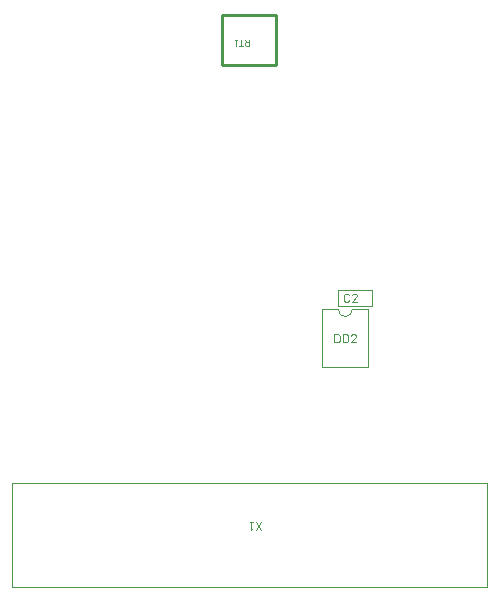
<source format=gbr>
%TF.GenerationSoftware,Altium Limited,Altium Designer,21.6.4 (81)*%
G04 Layer_Color=32768*
%FSLAX43Y43*%
%MOMM*%
%TF.SameCoordinates,1CE7F002-25C6-4FEA-A4B7-191A7A1919B5*%
%TF.FilePolarity,Positive*%
%TF.FileFunction,Other,Top_Assembly*%
%TF.Part,Single*%
G01*
G75*
%TA.AperFunction,NonConductor*%
%ADD42C,0.254*%
%ADD62C,0.100*%
D42*
X23150Y43800D02*
X24316D01*
X26584D02*
X27750D01*
X24316D02*
X26584D01*
X27750D02*
Y48000D01*
X23150D02*
X27750D01*
X23150Y43800D02*
Y48000D01*
D62*
X33000Y23110D02*
G03*
X34200Y23110I600J0D01*
G01*
X32975Y23425D02*
Y24775D01*
X35825Y23425D02*
Y24775D01*
X32975D02*
X35825D01*
X32975Y23425D02*
X35825D01*
X31650Y23110D02*
X33000D01*
X31650Y18210D02*
X35550D01*
X34200Y23110D02*
X35550D01*
Y18210D02*
Y23110D01*
X31650Y18210D02*
Y23110D01*
X5425Y3950D02*
Y5350D01*
Y8450D01*
X45625D01*
Y-400D02*
Y8450D01*
X5425Y-400D02*
Y3950D01*
Y-400D02*
X45625D01*
X33917Y24333D02*
X33800Y24450D01*
X33567D01*
X33450Y24333D01*
Y23867D01*
X33567Y23750D01*
X33800D01*
X33917Y23867D01*
X34616Y23750D02*
X34150D01*
X34616Y24217D01*
Y24333D01*
X34500Y24450D01*
X34266D01*
X34150Y24333D01*
X32675Y21010D02*
Y20310D01*
X33025D01*
X33142Y20427D01*
Y20893D01*
X33025Y21010D01*
X32675D01*
X33375D02*
Y20310D01*
X33725D01*
X33841Y20427D01*
Y20893D01*
X33725Y21010D01*
X33375D01*
X34541Y20310D02*
X34075D01*
X34541Y20777D01*
Y20893D01*
X34424Y21010D01*
X34191D01*
X34075Y20893D01*
X25450Y45900D02*
Y45400D01*
X25200D01*
X25117Y45483D01*
Y45650D01*
X25200Y45733D01*
X25450D01*
X25283D02*
X25117Y45900D01*
X24950Y45400D02*
X24617D01*
X24784D01*
Y45900D01*
X24450D02*
X24284D01*
X24367D01*
Y45400D01*
X24450Y45483D01*
X26475Y4450D02*
X26008Y5150D01*
Y4450D02*
X26475Y5150D01*
X25775D02*
X25542D01*
X25659D01*
Y4450D01*
X25775Y4567D01*
%TF.MD5,2250b90a2555a595f6a95cea75ad9162*%
M02*

</source>
